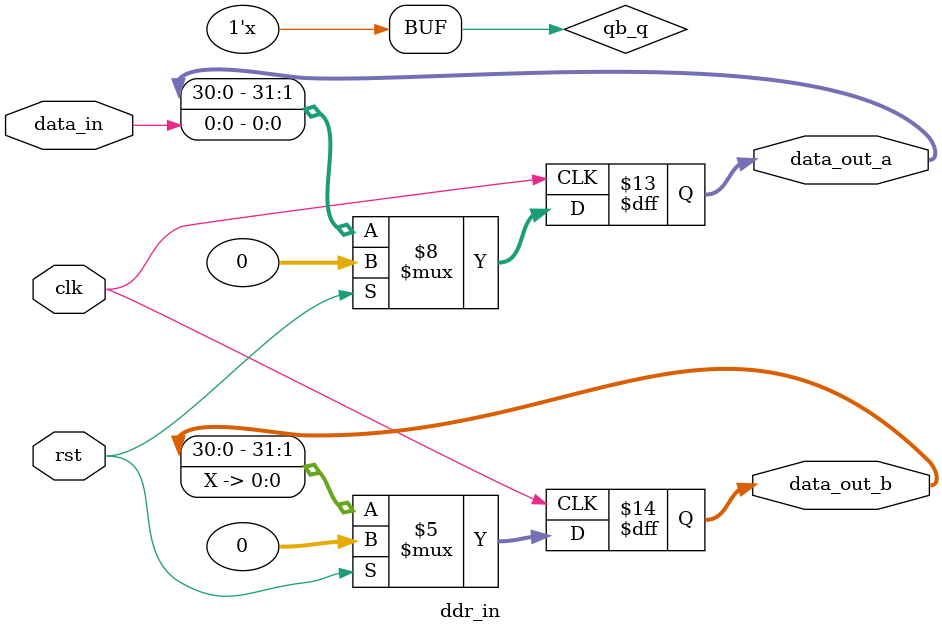
<source format=v>





module ddr_in (
    input clk,
    input data_in,
    input rst,
    output reg [31:0] data_out_a, 
    output reg [31:0] data_out_b
);

wire data_in;
reg qb_d;
reg qb_q;

always @(*) begin
  qb_q = qb_d;

  if(!clk) begin
    qb_d = data_in;
  end 
end

always @(posedge clk) begin

    qb_q <= qb_d;

    if (rst) begin
      data_out_a <= 32'b0;
      data_out_b <= 32'b0;
    end else begin

      data_out_a <= { data_out_a[30:0],data_in };
      data_out_b <= { data_out_b[30:0],qb_q };
    end
end

endmodule

</source>
